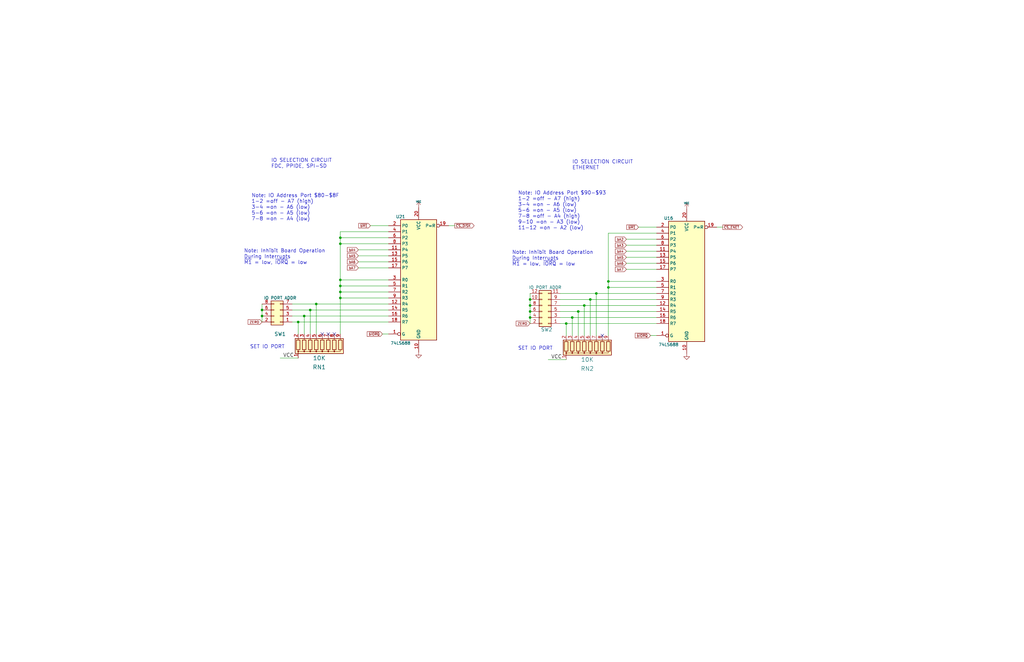
<source format=kicad_sch>
(kicad_sch (version 20211123) (generator eeschema)
  (paper "B")
  (lib_symbols
    (symbol "74xx:74LS688"
      (property "Reference" "U" (at -7.62 26.67 0))
      (property "Value" "74LS688" (at -7.62 -26.67 0))
      (symbol "74LS688_1_0"
        (pin input inverted (at -12.7 -22.86 0) (length 5.08) (name "G") (number "1"))
        (pin power_in line (at 0 -30.48 90) (length 5.08) (name "GND") (number "10"))
        (pin input line (at -12.7 12.7 0) (length 5.08) (name "P4") (number "11"))
        (pin input line (at -12.7 -10.16 0) (length 5.08) (name "R4") (number "12"))
        (pin input line (at -12.7 10.16 0) (length 5.08) (name "P5") (number "13"))
        (pin input line (at -12.7 -12.7 0) (length 5.08) (name "R5") (number "14"))
        (pin input line (at -12.7 7.62 0) (length 5.08) (name "P6") (number "15"))
        (pin input line (at -12.7 -15.24 0) (length 5.08) (name "R6") (number "16"))
        (pin input line (at -12.7 5.08 0) (length 5.08) (name "P7") (number "17"))
        (pin input line (at -12.7 -17.78 0) (length 5.08) (name "R7") (number "18"))
        (pin output inverted (at 12.7 22.86 180) (length 5.08) (name "P=R") (number "19"))
        (pin input line (at -12.7 22.86 0) (length 5.08) (name "P0") (number "2"))
        (pin power_in line (at 0 30.48 270) (length 5.08) (name "VCC") (number "20"))
        (pin input line (at -12.7 0 0) (length 5.08) (name "R0") (number "3"))
        (pin input line (at -12.7 20.32 0) (length 5.08) (name "P1") (number "4"))
        (pin input line (at -12.7 -2.54 0) (length 5.08) (name "R1") (number "5"))
        (pin input line (at -12.7 17.78 0) (length 5.08) (name "P2") (number "6"))
        (pin input line (at -12.7 -5.08 0) (length 5.08) (name "R2") (number "7"))
        (pin input line (at -12.7 15.24 0) (length 5.08) (name "P3") (number "8"))
        (pin input line (at -12.7 -7.62 0) (length 5.08) (name "R3") (number "9"))
      )
      (symbol "74LS688_1_1"
        (rectangle (start -7.62 25.4) (end 7.62 -25.4) (stroke (width 0.254)) (fill (type background)))
      )
    )
    (symbol "Connector_Generic:Conn_02x04_Odd_Even" (pin_names (offset 1.016) hide)
      (property "Reference" "J" (at 1.27 5.08 0))
      (property "Value" "Conn_02x04_Odd_Even" (at 1.27 -7.62 0))
      (symbol "Conn_02x04_Odd_Even_1_1"
        (rectangle (start -1.27 -4.953) (end 0 -5.207) (stroke (width 0.1524)))
        (rectangle (start -1.27 -2.413) (end 0 -2.667) (stroke (width 0.1524)))
        (rectangle (start -1.27 0.127) (end 0 -0.127) (stroke (width 0.1524)))
        (rectangle (start -1.27 2.667) (end 0 2.413) (stroke (width 0.1524)))
        (rectangle (start -1.27 3.81) (end 3.81 -6.35) (stroke (width 0.254)) (fill (type background)))
        (rectangle (start 3.81 -4.953) (end 2.54 -5.207) (stroke (width 0.1524)))
        (rectangle (start 3.81 -2.413) (end 2.54 -2.667) (stroke (width 0.1524)))
        (rectangle (start 3.81 0.127) (end 2.54 -0.127) (stroke (width 0.1524)))
        (rectangle (start 3.81 2.667) (end 2.54 2.413) (stroke (width 0.1524)))
        (pin passive line (at -5.08 2.54 0) (length 3.81) (name "Pin_1") (number "1"))
        (pin passive line (at 7.62 2.54 180) (length 3.81) (name "Pin_2") (number "2"))
        (pin passive line (at -5.08 0 0) (length 3.81) (name "Pin_3") (number "3"))
        (pin passive line (at 7.62 0 180) (length 3.81) (name "Pin_4") (number "4"))
        (pin passive line (at -5.08 -2.54 0) (length 3.81) (name "Pin_5") (number "5"))
        (pin passive line (at 7.62 -2.54 180) (length 3.81) (name "Pin_6") (number "6"))
        (pin passive line (at -5.08 -5.08 0) (length 3.81) (name "Pin_7") (number "7"))
        (pin passive line (at 7.62 -5.08 180) (length 3.81) (name "Pin_8") (number "8"))
      )
    )
    (symbol "Connector_Generic:Conn_02x06_Odd_Even" (pin_names (offset 1.016) hide)
      (property "Reference" "J" (at 1.27 7.62 0))
      (property "Value" "Conn_02x06_Odd_Even" (at 1.27 -10.16 0))
      (symbol "Conn_02x06_Odd_Even_1_1"
        (rectangle (start -1.27 -7.493) (end 0 -7.747) (stroke (width 0.1524)))
        (rectangle (start -1.27 -4.953) (end 0 -5.207) (stroke (width 0.1524)))
        (rectangle (start -1.27 -2.413) (end 0 -2.667) (stroke (width 0.1524)))
        (rectangle (start -1.27 0.127) (end 0 -0.127) (stroke (width 0.1524)))
        (rectangle (start -1.27 2.667) (end 0 2.413) (stroke (width 0.1524)))
        (rectangle (start -1.27 5.207) (end 0 4.953) (stroke (width 0.1524)))
        (rectangle (start -1.27 6.35) (end 3.81 -8.89) (stroke (width 0.254)) (fill (type background)))
        (rectangle (start 3.81 -7.493) (end 2.54 -7.747) (stroke (width 0.1524)))
        (rectangle (start 3.81 -4.953) (end 2.54 -5.207) (stroke (width 0.1524)))
        (rectangle (start 3.81 -2.413) (end 2.54 -2.667) (stroke (width 0.1524)))
        (rectangle (start 3.81 0.127) (end 2.54 -0.127) (stroke (width 0.1524)))
        (rectangle (start 3.81 2.667) (end 2.54 2.413) (stroke (width 0.1524)))
        (rectangle (start 3.81 5.207) (end 2.54 4.953) (stroke (width 0.1524)))
        (pin passive line (at -5.08 5.08 0) (length 3.81) (name "Pin_1") (number "1"))
        (pin passive line (at 7.62 -5.08 180) (length 3.81) (name "Pin_10") (number "10"))
        (pin passive line (at -5.08 -7.62 0) (length 3.81) (name "Pin_11") (number "11"))
        (pin passive line (at 7.62 -7.62 180) (length 3.81) (name "Pin_12") (number "12"))
        (pin passive line (at 7.62 5.08 180) (length 3.81) (name "Pin_2") (number "2"))
        (pin passive line (at -5.08 2.54 0) (length 3.81) (name "Pin_3") (number "3"))
        (pin passive line (at 7.62 2.54 180) (length 3.81) (name "Pin_4") (number "4"))
        (pin passive line (at -5.08 0 0) (length 3.81) (name "Pin_5") (number "5"))
        (pin passive line (at 7.62 0 180) (length 3.81) (name "Pin_6") (number "6"))
        (pin passive line (at -5.08 -2.54 0) (length 3.81) (name "Pin_7") (number "7"))
        (pin passive line (at 7.62 -2.54 180) (length 3.81) (name "Pin_8") (number "8"))
        (pin passive line (at -5.08 -5.08 0) (length 3.81) (name "Pin_9") (number "9"))
      )
    )
    (symbol "Device:R_Network08" (pin_names (offset 0) hide)
      (property "Reference" "RN" (at -12.7 0 90))
      (property "Value" "R_Network08" (at 10.16 0 90))
      (symbol "R_Network08_0_1"
        (rectangle (start -11.43 -3.175) (end 8.89 3.175) (stroke (width 0.254)) (fill (type background)))
        (rectangle (start -10.922 1.524) (end -9.398 -2.54) (stroke (width 0.254)))
        (circle (center -10.16 2.286) (radius 0.254) (fill (type outline)))
        (rectangle (start -8.382 1.524) (end -6.858 -2.54) (stroke (width 0.254)))
        (circle (center -7.62 2.286) (radius 0.254) (fill (type outline)))
        (rectangle (start -5.842 1.524) (end -4.318 -2.54) (stroke (width 0.254)))
        (circle (center -5.08 2.286) (radius 0.254) (fill (type outline)))
        (rectangle (start -3.302 1.524) (end -1.778 -2.54) (stroke (width 0.254)))
        (circle (center -2.54 2.286) (radius 0.254) (fill (type outline)))
        (rectangle (start -0.762 1.524) (end 0.762 -2.54) (stroke (width 0.254)))
        (polyline (pts (xy -10.16 -2.54) (xy -10.16 -3.81)))
        (polyline (pts (xy -7.62 -2.54) (xy -7.62 -3.81)))
        (polyline (pts (xy -5.08 -2.54) (xy -5.08 -3.81)))
        (polyline (pts (xy -2.54 -2.54) (xy -2.54 -3.81)))
        (polyline (pts (xy 0 -2.54) (xy 0 -3.81)))
        (polyline (pts (xy 2.54 -2.54) (xy 2.54 -3.81)))
        (polyline (pts (xy 5.08 -2.54) (xy 5.08 -3.81)))
        (polyline (pts (xy 7.62 -2.54) (xy 7.62 -3.81)))
        (polyline (pts (xy -10.16 1.524) (xy -10.16 2.286) (xy -7.62 2.286) (xy -7.62 1.524)))
        (polyline (pts (xy -7.62 1.524) (xy -7.62 2.286) (xy -5.08 2.286) (xy -5.08 1.524)))
        (polyline (pts (xy -5.08 1.524) (xy -5.08 2.286) (xy -2.54 2.286) (xy -2.54 1.524)))
        (polyline (pts (xy -2.54 1.524) (xy -2.54 2.286) (xy 0 2.286) (xy 0 1.524)))
        (polyline (pts (xy 0 1.524) (xy 0 2.286) (xy 2.54 2.286) (xy 2.54 1.524)))
        (polyline (pts (xy 2.54 1.524) (xy 2.54 2.286) (xy 5.08 2.286) (xy 5.08 1.524)))
        (polyline (pts (xy 5.08 1.524) (xy 5.08 2.286) (xy 7.62 2.286) (xy 7.62 1.524)))
        (circle (center 0 2.286) (radius 0.254) (fill (type outline)))
        (rectangle (start 1.778 1.524) (end 3.302 -2.54) (stroke (width 0.254)))
        (circle (center 2.54 2.286) (radius 0.254) (fill (type outline)))
        (rectangle (start 4.318 1.524) (end 5.842 -2.54) (stroke (width 0.254)))
        (circle (center 5.08 2.286) (radius 0.254) (fill (type outline)))
        (rectangle (start 6.858 1.524) (end 8.382 -2.54) (stroke (width 0.254)))
      )
      (symbol "R_Network08_1_1"
        (pin passive line (at -10.16 5.08 270) (length 2.54) (name "common") (number "1"))
        (pin passive line (at -10.16 -5.08 90) (length 1.27) (name "R1") (number "2"))
        (pin passive line (at -7.62 -5.08 90) (length 1.27) (name "R2") (number "3"))
        (pin passive line (at -5.08 -5.08 90) (length 1.27) (name "R3") (number "4"))
        (pin passive line (at -2.54 -5.08 90) (length 1.27) (name "R4") (number "5"))
        (pin passive line (at 0 -5.08 90) (length 1.27) (name "R5") (number "6"))
        (pin passive line (at 2.54 -5.08 90) (length 1.27) (name "R6") (number "7"))
        (pin passive line (at 5.08 -5.08 90) (length 1.27) (name "R7") (number "8"))
        (pin passive line (at 7.62 -5.08 90) (length 1.27) (name "R8") (number "9"))
      )
    )
    (symbol "power:GND" (power) (pin_names (offset 0))
      (property "Value" "GND" (at 0 -3.81 0))
      (symbol "GND_0_1"
        (polyline (pts (xy 0 0) (xy 0 -1.27) (xy 1.27 -1.27) (xy 0 -2.54) (xy -1.27 -1.27) (xy 0 -1.27)))
      )
      (symbol "GND_1_1"
        (pin power_in line (at 0 0 270) (length 0) hide (name "GND") (number "1"))
      )
    )
    (symbol "power:VCC" (power) (pin_names (offset 0))
      (property "Value" "VCC" (at 0 3.81 0))
      (symbol "VCC_0_1"
        (polyline (pts (xy -0.762 1.27) (xy 0 2.54)))
        (polyline (pts (xy 0 0) (xy 0 2.54)))
        (polyline (pts (xy 0 2.54) (xy 0.762 1.27)))
      )
      (symbol "VCC_1_1"
        (pin power_in line (at 0 0 90) (length 0) hide (name "VCC") (number "1"))
      )
    )
  )
  (junction (at 251.46 123.825))
  (junction (at 223.52 133.985))
  (junction (at 110.49 133.35))
  (junction (at 143.51 102.87))
  (junction (at 143.51 120.65))
  (junction (at 128.27 133.35))
  (junction (at 238.76 136.525))
  (junction (at 223.52 128.905))
  (junction (at 246.38 128.905))
  (junction (at 143.51 118.11))
  (junction (at 223.52 131.445))
  (junction (at 130.81 130.81))
  (junction (at 256.54 121.285))
  (junction (at 125.73 135.89))
  (junction (at 223.52 126.365))
  (junction (at 110.49 130.81))
  (junction (at 143.51 125.73))
  (junction (at 143.51 123.19))
  (junction (at 243.84 131.445))
  (junction (at 241.3 133.985))
  (junction (at 256.54 118.745))
  (junction (at 143.51 100.33))
  (junction (at 248.92 126.365))
  (junction (at 133.35 128.27))
  (no_connect (at 138.43 140.97))
  (no_connect (at 135.89 140.97))
  (no_connect (at 254 141.605))
  (no_connect (at 140.97 140.97))
  (wire (pts (xy 251.46 123.825) (xy 276.86 123.825)))
  (wire (pts (xy 223.52 126.365) (xy 223.52 128.905)))
  (wire (pts (xy 243.84 141.605) (xy 243.84 131.445)))
  (wire (pts (xy 241.3 141.605) (xy 241.3 133.985)))
  (wire (pts (xy 156.21 95.25) (xy 163.83 95.25)))
  (wire (pts (xy 264.16 103.505) (xy 276.86 103.505)))
  (wire (pts (xy 143.51 125.73) (xy 143.51 140.97)))
  (wire (pts (xy 110.49 128.27) (xy 110.49 130.81)))
  (wire (pts (xy 130.81 130.81) (xy 163.83 130.81)))
  (wire (pts (xy 231.14 151.765) (xy 238.76 151.765)))
  (wire (pts (xy 123.19 133.35) (xy 128.27 133.35)))
  (wire (pts (xy 163.83 125.73) (xy 143.51 125.73)))
  (wire (pts (xy 125.73 140.97) (xy 125.73 135.89)))
  (wire (pts (xy 128.27 133.35) (xy 163.83 133.35)))
  (wire (pts (xy 241.3 133.985) (xy 276.86 133.985)))
  (wire (pts (xy 236.22 133.985) (xy 241.3 133.985)))
  (wire (pts (xy 238.76 136.525) (xy 276.86 136.525)))
  (wire (pts (xy 189.23 95.25) (xy 191.77 95.25)))
  (wire (pts (xy 256.54 121.285) (xy 256.54 118.745)))
  (wire (pts (xy 223.52 133.985) (xy 223.52 136.525)))
  (wire (pts (xy 276.86 98.425) (xy 256.54 98.425)))
  (wire (pts (xy 276.86 141.605) (xy 274.32 141.605)))
  (wire (pts (xy 163.83 97.79) (xy 143.51 97.79)))
  (wire (pts (xy 251.46 123.825) (xy 251.46 141.605)))
  (wire (pts (xy 110.49 133.35) (xy 110.49 135.89)))
  (wire (pts (xy 269.24 95.885) (xy 276.86 95.885)))
  (wire (pts (xy 133.35 140.97) (xy 133.35 128.27)))
  (wire (pts (xy 256.54 98.425) (xy 256.54 118.745)))
  (wire (pts (xy 143.51 123.19) (xy 163.83 123.19)))
  (wire (pts (xy 256.54 118.745) (xy 276.86 118.745)))
  (wire (pts (xy 143.51 118.11) (xy 163.83 118.11)))
  (wire (pts (xy 125.73 135.89) (xy 163.83 135.89)))
  (wire (pts (xy 151.13 110.49) (xy 163.83 110.49)))
  (wire (pts (xy 118.11 151.13) (xy 125.73 151.13)))
  (wire (pts (xy 236.22 126.365) (xy 248.92 126.365)))
  (wire (pts (xy 236.22 131.445) (xy 243.84 131.445)))
  (wire (pts (xy 302.26 95.885) (xy 304.8 95.885)))
  (wire (pts (xy 143.51 102.87) (xy 143.51 118.11)))
  (wire (pts (xy 264.16 111.125) (xy 276.86 111.125)))
  (wire (pts (xy 143.51 102.87) (xy 163.83 102.87)))
  (wire (pts (xy 223.52 123.825) (xy 223.52 126.365)))
  (wire (pts (xy 123.19 128.27) (xy 133.35 128.27)))
  (wire (pts (xy 143.51 123.19) (xy 143.51 120.65)))
  (wire (pts (xy 246.38 141.605) (xy 246.38 128.905)))
  (wire (pts (xy 223.52 131.445) (xy 223.52 133.985)))
  (wire (pts (xy 110.49 130.81) (xy 110.49 133.35)))
  (wire (pts (xy 248.92 126.365) (xy 248.92 141.605)))
  (wire (pts (xy 143.51 100.33) (xy 143.51 102.87)))
  (wire (pts (xy 123.19 130.81) (xy 130.81 130.81)))
  (wire (pts (xy 256.54 121.285) (xy 256.54 141.605)))
  (wire (pts (xy 264.16 113.665) (xy 276.86 113.665)))
  (wire (pts (xy 143.51 123.19) (xy 143.51 125.73)))
  (wire (pts (xy 238.76 141.605) (xy 238.76 136.525)))
  (wire (pts (xy 143.51 97.79) (xy 143.51 100.33)))
  (wire (pts (xy 130.81 140.97) (xy 130.81 130.81)))
  (wire (pts (xy 143.51 120.65) (xy 143.51 118.11)))
  (wire (pts (xy 151.13 105.41) (xy 163.83 105.41)))
  (wire (pts (xy 143.51 100.33) (xy 163.83 100.33)))
  (wire (pts (xy 236.22 128.905) (xy 246.38 128.905)))
  (wire (pts (xy 151.13 107.95) (xy 163.83 107.95)))
  (wire (pts (xy 151.13 113.03) (xy 163.83 113.03)))
  (wire (pts (xy 236.22 136.525) (xy 238.76 136.525)))
  (wire (pts (xy 236.22 123.825) (xy 251.46 123.825)))
  (wire (pts (xy 128.27 140.97) (xy 128.27 133.35)))
  (wire (pts (xy 264.16 100.965) (xy 276.86 100.965)))
  (wire (pts (xy 248.92 126.365) (xy 276.86 126.365)))
  (wire (pts (xy 246.38 128.905) (xy 276.86 128.905)))
  (wire (pts (xy 143.51 120.65) (xy 163.83 120.65)))
  (wire (pts (xy 264.16 108.585) (xy 276.86 108.585)))
  (wire (pts (xy 133.35 128.27) (xy 163.83 128.27)))
  (wire (pts (xy 256.54 121.285) (xy 276.86 121.285)))
  (wire (pts (xy 223.52 128.905) (xy 223.52 131.445)))
  (wire (pts (xy 163.83 140.97) (xy 161.29 140.97)))
  (wire (pts (xy 264.16 106.045) (xy 276.86 106.045)))
  (wire (pts (xy 123.19 135.89) (xy 125.73 135.89)))
  (wire (pts (xy 243.84 131.445) (xy 276.86 131.445)))
  (text "SET IO PORT" (at 218.44 147.955 0) (effects (font (size 1.524 1.524)) (justify left bottom)))
  (text "SET IO PORT" (at 105.41 147.32 0) (effects (font (size 1.524 1.524)) (justify left bottom)))
  (text "Note: Inhibit Board Operation\nDuring Interrupts\n~{M1} = low, ~{IORQ} = low" (at 215.9 112.395 0) (effects (font (size 1.524 1.524)) (justify left bottom)))
  (text "Note: IO Address Port $80-$8F\n1-2 =off - A7 (high)\n3-4 =on - A6 (low)\n5-6 =on - A5 (low)\n7-8 =on - A4 (low)" (at 106.045 93.345 0) (effects (font (size 1.524 1.524)) (justify left bottom)))
  (text "Note: IO Address Port $90-$93\n1-2 =off - A7 (high)\n3-4 =on - A6 (low)\n5-6 =on - A5 (low)\n7-8 =off - A4 (high)\n9-10 =on - A3 (low)\n11-12 =on - A2 (low)" (at 218.44 97.155 0) (effects (font (size 1.524 1.524)) (justify left bottom)))
  (text "IO SELECTION CIRCUIT\nFDC, PPIDE, SPI-SD" (at 114.3 71.12 0) (effects (font (size 1.524 1.524)) (justify left bottom)))
  (text "Note: Inhibit Board Operation\nDuring Interrupts\n~{M1} = low, ~{IORQ} = low" (at 102.87 111.76 0) (effects (font (size 1.524 1.524)) (justify left bottom)))
  (text "IO SELECTION CIRCUIT\nETHERNET" (at 241.3 71.755 0) (effects (font (size 1.524 1.524)) (justify left bottom)))
  (label "VCC" (at 232.41 151.765 0) (effects (font (size 1.524 1.524))))
  (label "VCC" (at 119.38 151.13 0) (effects (font (size 1.524 1.524))))
  (global_label "~{CS_ENET}" (shape output) (at 304.8 95.885 0) (effects (font (size 1.016 1.016))) (property "Intersheet References" "${INTERSHEET_REFS}" (effects hide)))
  (global_label "~{CS_DISK}" (shape output) (at 191.77 95.25 0) (effects (font (size 1.016 1.016))) (property "Intersheet References" "${INTERSHEET_REFS}" (effects hide)))
  (global_label "~{bIORQ}" (shape input) (at 274.32 141.605 180) (effects (font (size 1.016 1.016))) (property "Intersheet References" "${INTERSHEET_REFS}" (effects hide)))
  (global_label "bA4" (shape input) (at 151.13 105.41 180) (effects (font (size 1.016 1.016))) (property "Intersheet References" "${INTERSHEET_REFS}" (effects hide)))
  (global_label "ZERO" (shape input) (at 223.52 136.525 180) (effects (font (size 1.016 1.016))) (property "Intersheet References" "${INTERSHEET_REFS}" (effects hide)))
  (global_label "bA4" (shape input) (at 264.16 106.045 180) (effects (font (size 1.016 1.016))) (property "Intersheet References" "${INTERSHEET_REFS}" (effects hide)))
  (global_label "bA6" (shape input) (at 151.13 110.49 180) (effects (font (size 1.016 1.016))) (property "Intersheet References" "${INTERSHEET_REFS}" (effects hide)))
  (global_label "~{bIORQ}" (shape input) (at 161.29 140.97 180) (effects (font (size 1.016 1.016))) (property "Intersheet References" "${INTERSHEET_REFS}" (effects hide)))
  (global_label "~{bM1}" (shape input) (at 269.24 95.885 180) (effects (font (size 1.016 1.016))) (property "Intersheet References" "${INTERSHEET_REFS}" (effects hide)))
  (global_label "bA2" (shape input) (at 264.16 100.965 180) (effects (font (size 1.016 1.016))) (property "Intersheet References" "${INTERSHEET_REFS}" (effects hide)))
  (global_label "ZERO" (shape input) (at 110.49 135.89 180) (effects (font (size 1.016 1.016))) (property "Intersheet References" "${INTERSHEET_REFS}" (effects hide)))
  (global_label "bA6" (shape input) (at 264.16 111.125 180) (effects (font (size 1.016 1.016))) (property "Intersheet References" "${INTERSHEET_REFS}" (effects hide)))
  (global_label "bA5" (shape input) (at 151.13 107.95 180) (effects (font (size 1.016 1.016))) (property "Intersheet References" "${INTERSHEET_REFS}" (effects hide)))
  (global_label "bA7" (shape input) (at 264.16 113.665 180) (effects (font (size 1.016 1.016))) (property "Intersheet References" "${INTERSHEET_REFS}" (effects hide)))
  (global_label "bA7" (shape input) (at 151.13 113.03 180) (effects (font (size 1.016 1.016))) (property "Intersheet References" "${INTERSHEET_REFS}" (effects hide)))
  (global_label "bA3" (shape input) (at 264.16 103.505 180) (effects (font (size 1.016 1.016))) (property "Intersheet References" "${INTERSHEET_REFS}" (effects hide)))
  (global_label "~{bM1}" (shape input) (at 156.21 95.25 180) (effects (font (size 1.016 1.016))) (property "Intersheet References" "${INTERSHEET_REFS}" (effects hide)))
  (global_label "bA5" (shape input) (at 264.16 108.585 180) (effects (font (size 1.016 1.016))) (property "Intersheet References" "${INTERSHEET_REFS}" (effects hide)))
  (symbol (lib_id "Connector_Generic:Conn_02x04_Odd_Even") (at 118.11 133.35 180) (unit 1)
    (property "Reference" "SW1" (at 118.11 140.97 0) (effects (font (size 1.524 1.524))))
    (property "Value" "IO PORT ADDR" (at 118.11 125.73 0))
    (property "Footprint" "Connector_PinHeader_2.54mm:PinHeader_2x04_P2.54mm_Vertical" (effects hide))
  )
  (symbol (lib_id "power:VCC") (at 176.53 87.63 0) (unit 1)
    (property "Reference" "#PWR059" (effects hide))
    (property "Value" "VCC" (at 176.53 85.09 0) (effects (font (size 0.762 0.762))))
  )
  (symbol (lib_id "74xx:74LS688") (at 176.53 118.11 0) (unit 1)
    (property "Reference" "U21" (at 168.91 91.44 0))
    (property "Value" "74LS688" (at 168.91 144.78 0))
    (property "Footprint" "Package_DIP:DIP-20_W7.62mm" (effects hide))
    (property "Datasheet" "http://www.ti.com/lit/gpn/sn74LS688" (effects hide))
  )
  (symbol (lib_id "Device:R_Network08") (at 135.89 146.05 0) (mirror x) (unit 1)
    (property "Reference" "RN1" (at 134.62 154.94 0) (effects (font (size 1.778 1.778))))
    (property "Value" "10K" (at 134.62 151.13 0) (effects (font (size 1.778 1.778))))
    (property "Footprint" "Resistor_THT:R_Array_SIP9" (effects hide))
    (property "Datasheet" "http://www.vishay.com/docs/31509/csc.pdf" (effects hide))
  )
  (symbol (lib_id "power:GND") (at 176.53 148.59 0) (unit 1)
    (property "Reference" "#PWR060" (effects hide))
    (property "Value" "GND" (effects hide))
  )
  (symbol (lib_id "power:GND") (at 289.56 149.225 0) (unit 1)
    (property "Reference" "#PWR043" (effects hide))
    (property "Value" "GND" (effects hide))
  )
  (symbol (lib_id "Device:R_Network08") (at 248.92 146.685 0) (mirror x) (unit 1)
    (property "Reference" "RN2" (at 247.65 155.575 0) (effects (font (size 1.778 1.778))))
    (property "Value" "10K" (at 247.65 151.765 0) (effects (font (size 1.778 1.778))))
    (property "Footprint" "Resistor_THT:R_Array_SIP9" (effects hide))
    (property "Datasheet" "http://www.vishay.com/docs/31509/csc.pdf" (effects hide))
  )
  (symbol (lib_id "Connector_Generic:Conn_02x06_Odd_Even") (at 231.14 131.445 180) (unit 1)
    (property "Reference" "SW2" (at 230.505 139.065 0) (effects (font (size 1.524 1.524))))
    (property "Value" "IO PORT ADDR" (at 229.87 121.285 0))
    (property "Footprint" "Connector_PinHeader_2.54mm:PinHeader_2x06_P2.54mm_Vertical" (effects hide))
  )
  (symbol (lib_id "power:VCC") (at 289.56 88.265 0) (unit 1)
    (property "Reference" "#PWR014" (effects hide))
    (property "Value" "VCC" (at 289.56 85.725 0) (effects (font (size 0.762 0.762))))
  )
  (symbol (lib_id "74xx:74LS688") (at 289.56 118.745 0) (unit 1)
    (property "Reference" "U16" (at 281.94 92.075 0))
    (property "Value" "74LS688" (at 281.94 145.415 0))
    (property "Footprint" "Package_DIP:DIP-20_W7.62mm" (effects hide))
    (property "Datasheet" "http://www.ti.com/lit/gpn/sn74LS688" (effects hide))
  )
)
</source>
